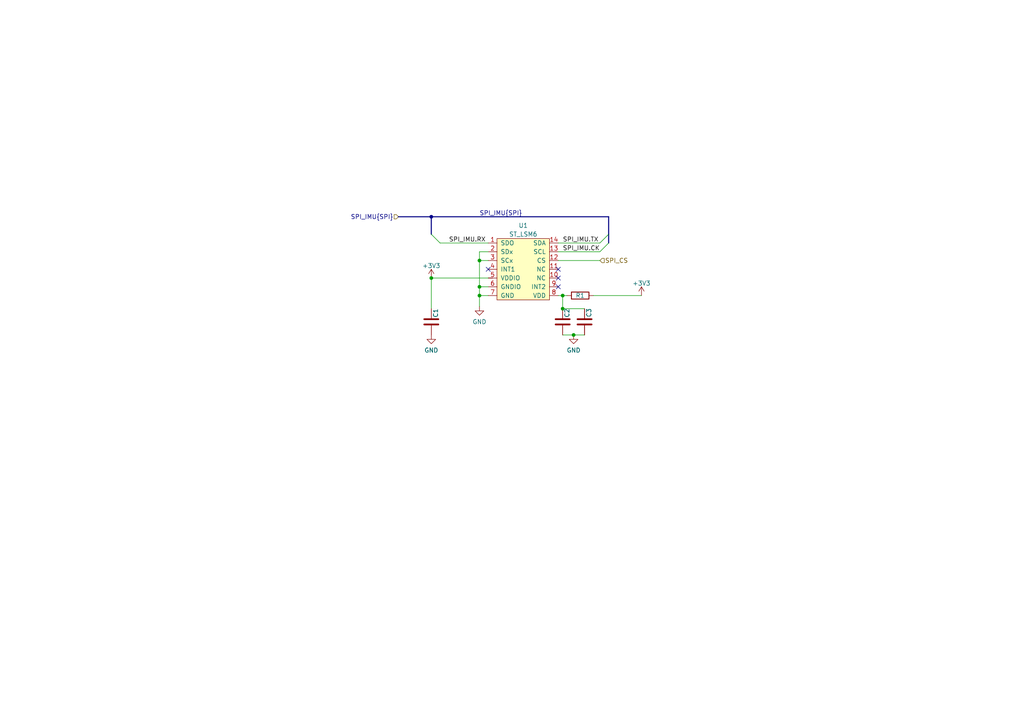
<source format=kicad_sch>
(kicad_sch (version 20211123) (generator eeschema)
  (paper "A4")
  (lib_symbols
    (symbol "Device:C" (pin_numbers hide) (pin_names (offset 0.254))
      (property "Reference" "C" (at 0.635 2.54 0))
      (property "Value" "C" (at 0.635 -2.54 0))
      (symbol "C_0_1"
        (polyline (pts (xy -2.032 -0.762) (xy 2.032 -0.762)) (stroke (width 0.508)))
        (polyline (pts (xy -2.032 0.762) (xy 2.032 0.762)) (stroke (width 0.508)))
      )
      (symbol "C_1_1"
        (pin passive line (at 0 3.81 270) (length 2.794) (name "~") (number "1"))
        (pin passive line (at 0 -3.81 90) (length 2.794) (name "~") (number "2"))
      )
    )
    (symbol "Device:R" (pin_numbers hide) (pin_names (offset 0))
      (property "Reference" "R" (at 2.032 0 90))
      (property "Value" "R" (at 0 0 90))
      (symbol "R_0_1"
        (rectangle (start -1.016 -2.54) (end 1.016 2.54) (stroke (width 0.254)))
      )
      (symbol "R_1_1"
        (pin passive line (at 0 3.81 270) (length 1.27) (name "~") (number "1"))
        (pin passive line (at 0 -3.81 90) (length 1.27) (name "~") (number "2"))
      )
    )
    (symbol "ILO_sym:ST_LSM6" (pin_names (offset 1.016))
      (property "Reference" "U" (at 0 10.16 0))
      (property "Value" "ST_LSM6" (at 0 7.62 0))
      (symbol "ST_LSM6_0_0"
        (rectangle (start -7.62 5.08) (end 7.62 -12.7) (fill (type background)))
      )
      (symbol "ST_LSM6_0_1"
        (rectangle (start -8.89 -6.35) (end -10.16 -6.35))
      )
      (symbol "ST_LSM6_1_1"
        (pin bidirectional line (at -10.16 3.81 0) (length 2.54) (name "SDO") (number "1"))
        (pin bidirectional line (at 10.16 -6.35 180) (length 2.54) (name "NC") (number "10"))
        (pin bidirectional line (at 10.16 -3.81 180) (length 2.54) (name "NC") (number "11"))
        (pin bidirectional line (at 10.16 -1.27 180) (length 2.54) (name "CS") (number "12"))
        (pin bidirectional line (at 10.16 1.27 180) (length 2.54) (name "SCL") (number "13"))
        (pin bidirectional line (at 10.16 3.81 180) (length 2.54) (name "SDA") (number "14"))
        (pin bidirectional line (at -10.16 1.27 0) (length 2.54) (name "SDx") (number "2"))
        (pin bidirectional line (at -10.16 -1.27 0) (length 2.54) (name "SCx") (number "3"))
        (pin bidirectional line (at -10.16 -3.81 0) (length 2.54) (name "INT1") (number "4"))
        (pin bidirectional line (at -10.16 -6.35 0) (length 2.54) (name "VDDIO") (number "5"))
        (pin bidirectional line (at -10.16 -8.89 0) (length 2.54) (name "GNDIO") (number "6"))
        (pin bidirectional line (at -10.16 -11.43 0) (length 2.54) (name "GND") (number "7"))
        (pin bidirectional line (at 10.16 -11.43 180) (length 2.54) (name "VDD") (number "8"))
        (pin bidirectional line (at 10.16 -8.89 180) (length 2.54) (name "INT2") (number "9"))
      )
    )
    (symbol "power:+3V3" (power) (pin_names (offset 0))
      (property "Value" "+3V3" (at 0 3.556 0))
      (symbol "+3V3_0_1"
        (polyline (pts (xy -0.762 1.27) (xy 0 2.54)))
        (polyline (pts (xy 0 0) (xy 0 2.54)))
        (polyline (pts (xy 0 2.54) (xy 0.762 1.27)))
      )
      (symbol "+3V3_1_1"
        (pin power_in line (at 0 0 90) (length 0) hide (name "+3V3") (number "1"))
      )
    )
    (symbol "power:GND" (power) (pin_names (offset 0))
      (property "Value" "GND" (at 0 -3.81 0))
      (symbol "GND_0_1"
        (polyline (pts (xy 0 0) (xy 0 -1.27) (xy 1.27 -1.27) (xy 0 -2.54) (xy -1.27 -1.27) (xy 0 -1.27)))
      )
      (symbol "GND_1_1"
        (pin power_in line (at 0 0 270) (length 0) hide (name "GND") (number "1"))
      )
    )
  )
  (bus_alias "SPI" (members "TX" "RX" "CK" "CS[0..1]"))
  (junction (at 139.065 83.185))
  (junction (at 125.095 80.645))
  (junction (at 125.095 62.865))
  (junction (at 139.065 75.565))
  (junction (at 163.195 89.535))
  (junction (at 166.37 97.155))
  (junction (at 139.065 85.725))
  (junction (at 163.195 85.725))
  (no_connect (at 141.605 78.105))
  (no_connect (at 161.925 83.185))
  (no_connect (at 161.925 80.645))
  (no_connect (at 161.925 78.105))
  (bus_entry (at 173.99 70.485) (size 2.54 -2.54))
  (bus_entry (at 127.635 70.485) (size -2.54 -2.54))
  (bus_entry (at 173.99 73.025) (size 2.54 -2.54))
  (wire (pts (xy 163.195 85.725) (xy 164.465 85.725)))
  (bus (pts (xy 176.53 70.485) (xy 176.53 67.945)))
  (wire (pts (xy 139.065 85.725) (xy 141.605 85.725)))
  (wire (pts (xy 139.065 75.565) (xy 139.065 73.025)))
  (wire (pts (xy 139.065 83.185) (xy 139.065 85.725)))
  (wire (pts (xy 139.065 83.185) (xy 141.605 83.185)))
  (bus (pts (xy 176.53 67.945) (xy 176.53 62.865)))
  (bus (pts (xy 176.53 62.865) (xy 125.095 62.865)))
  (wire (pts (xy 163.195 89.535) (xy 169.545 89.535)))
  (wire (pts (xy 161.925 70.485) (xy 173.99 70.485)))
  (bus (pts (xy 125.095 62.865) (xy 125.095 67.945)))
  (wire (pts (xy 127.635 70.485) (xy 141.605 70.485)))
  (wire (pts (xy 139.065 83.185) (xy 139.065 75.565)))
  (wire (pts (xy 125.095 80.645) (xy 141.605 80.645)))
  (wire (pts (xy 173.99 75.565) (xy 161.925 75.565)))
  (wire (pts (xy 161.925 85.725) (xy 163.195 85.725)))
  (wire (pts (xy 166.37 97.155) (xy 169.545 97.155)))
  (wire (pts (xy 172.085 85.725) (xy 186.055 85.725)))
  (wire (pts (xy 125.095 89.535) (xy 125.095 80.645)))
  (wire (pts (xy 139.065 85.725) (xy 139.065 88.9)))
  (wire (pts (xy 139.065 75.565) (xy 141.605 75.565)))
  (bus (pts (xy 115.57 62.865) (xy 125.095 62.865)))
  (wire (pts (xy 163.195 97.155) (xy 166.37 97.155)))
  (wire (pts (xy 139.065 73.025) (xy 141.605 73.025)))
  (wire (pts (xy 163.195 85.725) (xy 163.195 89.535)))
  (wire (pts (xy 173.99 73.025) (xy 161.925 73.025)))
  (label "SPI_IMU{SPI}" (at 139.065 62.865 0))
  (label "SPI_IMU.CK" (at 163.195 73.025 0))
  (label "SPI_IMU.TX" (at 163.195 70.485 0))
  (label "SPI_IMU.RX" (at 130.175 70.485 0))
  (hierarchical_label "SPI_CS" (shape input) (at 173.99 75.565 0))
  (hierarchical_label "SPI_IMU{SPI}" (shape input) (at 115.57 62.865 180))
  (symbol (lib_id "Device:C") (at 125.095 93.345 180) (unit 1)
    (property "Reference" "C1" (at 126.365 90.805 90))
    (property "Value" "C" (effects hide))
    (property "Footprint" "Capacitor_SMD:C_0402_1005Metric" (effects hide))
    (property "LCSC" "C1525" (effects hide))
    (property "Group" "C_100nF" (effects hide))
  )
  (symbol (lib_id "power:+3V3") (at 186.055 85.725 0) (unit 1)
    (property "Reference" "#PWR0110" (effects hide))
    (property "Value" "+3V3" (at 186.055 82.169 0))
  )
  (symbol (lib_id "power:+3V3") (at 125.095 80.645 0) (unit 1)
    (property "Reference" "#PWR0106" (effects hide))
    (property "Value" "+3V3" (at 125.095 77.089 0))
  )
  (symbol (lib_id "Device:C") (at 163.195 93.345 180) (unit 1)
    (property "Reference" "C2" (at 164.465 90.805 90))
    (property "Value" "C" (effects hide))
    (property "Footprint" "Capacitor_SMD:C_0402_1005Metric" (effects hide))
    (property "LCSC" "C1525" (effects hide))
    (property "Group" "C_100nF" (effects hide))
  )
  (symbol (lib_id "power:GND") (at 166.37 97.155 0) (unit 1)
    (property "Reference" "#PWR0109" (effects hide))
    (property "Value" "GND" (at 166.37 101.6 0))
  )
  (symbol (lib_id "ILO_sym:ST_LSM6") (at 151.765 74.295 0) (unit 1)
    (property "Reference" "U1" (at 151.765 65.405 0))
    (property "Value" "ST_LSM6" (at 151.765 67.945 0))
    (property "Footprint" "ILO_fp:LGA14" (effects hide))
    (property "Datasheet" "https://www.st.com/resource/en/datasheet/lsm6dsl.pdf" (effects hide))
    (property "LCSC" "C784817" (effects hide))
    (property "Group" "ARS" (effects hide))
  )
  (symbol (lib_id "Device:C") (at 169.545 93.345 0) (unit 1)
    (property "Reference" "C3" (at 170.815 92.075 90) (effects (justify left)))
    (property "Value" "C" (effects hide))
    (property "Footprint" "Capacitor_SMD:C_0603_1608Metric" (effects hide))
    (property "Group" "C_1uF" (effects hide))
    (property "LCSC" "C5189828" (effects hide))
  )
  (symbol (lib_id "power:GND") (at 125.095 97.155 0) (unit 1)
    (property "Reference" "#PWR0107" (effects hide))
    (property "Value" "GND" (at 125.095 101.6 0))
  )
  (symbol (lib_id "Device:R") (at 168.275 85.725 90) (unit 1)
    (property "Reference" "R1" (at 168.275 85.725 90))
    (property "Value" "R" (effects hide))
    (property "Footprint" "ILO_fp:0603" (effects hide))
    (property "LCSC" "C2907125" (effects hide))
    (property "Group" "R_20" (effects hide))
  )
  (symbol (lib_id "power:GND") (at 139.065 88.9 0) (unit 1)
    (property "Reference" "#PWR0108" (effects hide))
    (property "Value" "GND" (at 139.065 93.345 0))
  )
)
</source>
